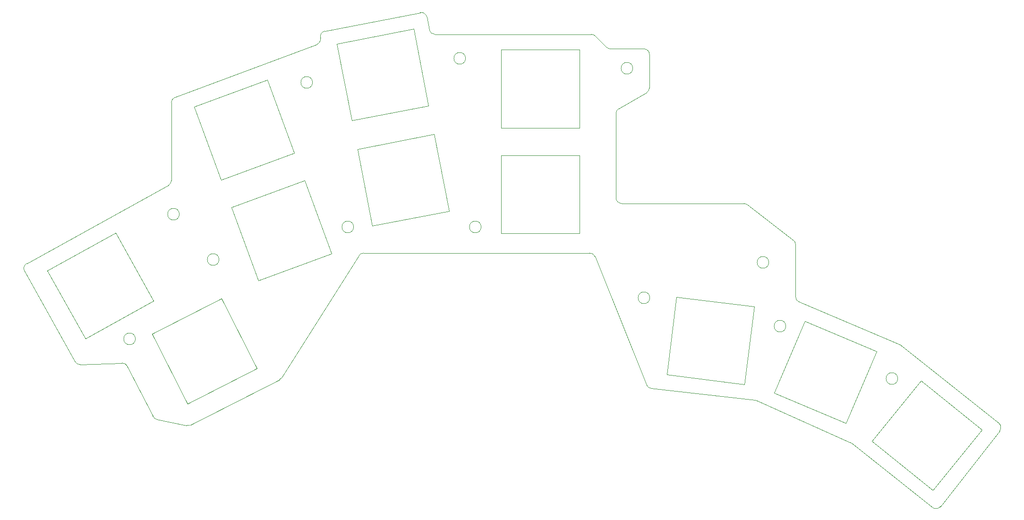
<source format=gbr>
%TF.GenerationSoftware,KiCad,Pcbnew,9.0.3*%
%TF.CreationDate,2025-08-09T09:42:03-04:00*%
%TF.ProjectId,top,746f702e-6b69-4636-9164-5f7063625858,rev?*%
%TF.SameCoordinates,Original*%
%TF.FileFunction,Profile,NP*%
%FSLAX46Y46*%
G04 Gerber Fmt 4.6, Leading zero omitted, Abs format (unit mm)*
G04 Created by KiCad (PCBNEW 9.0.3) date 2025-08-09 09:42:03*
%MOMM*%
%LPD*%
G01*
G04 APERTURE LIST*
%TA.AperFunction,Profile*%
%ADD10C,0.050000*%
%TD*%
G04 APERTURE END LIST*
D10*
X46498002Y-37074800D02*
G75*
G02*
X47139549Y-36141116I1000198J0D01*
G01*
X184366859Y-109501989D02*
X194987085Y-95926893D01*
X37662676Y-83767696D02*
G75*
G02*
X38587233Y-84312136I34124J-999304D01*
G01*
X121504804Y-64055681D02*
G75*
G02*
X122434550Y-64687789I-204J-1000119D01*
G01*
X132490820Y-88313229D02*
X151144017Y-90428540D01*
X79178000Y-59372002D02*
G75*
G02*
X77078000Y-59372002I-1050000J0D01*
G01*
X77078000Y-59372002D02*
G75*
G02*
X79178000Y-59372002I1050000J0D01*
G01*
X38587255Y-84312125D02*
X43183115Y-93307021D01*
X71812000Y-33464002D02*
G75*
G02*
X69712000Y-33464002I-1050000J0D01*
G01*
X69712000Y-33464002D02*
G75*
G02*
X71812000Y-33464002I1050000J0D01*
G01*
X125212200Y-27446002D02*
G75*
G02*
X124505042Y-27153058I0J1000002D01*
G01*
X172924527Y-81695309D02*
X167454290Y-94582376D01*
X154567223Y-89112139D01*
X160037460Y-76225072D01*
X172924527Y-81695309D01*
X30109631Y-84025614D02*
X37662676Y-83767696D01*
X43876175Y-93846265D02*
X49252786Y-94973614D01*
X68551674Y-46123973D02*
X55421228Y-50981073D01*
X50564128Y-37850627D01*
X63694574Y-32993527D01*
X68551674Y-46123973D01*
X149140741Y-55146373D02*
G75*
G02*
X149746813Y-55350809I59J-1000427D01*
G01*
X132200000Y-34422800D02*
X132199998Y-28446000D01*
X127200058Y-55149851D02*
G75*
G02*
X126200049Y-54150000I-158J999851D01*
G01*
X73237042Y-25483550D02*
G75*
G02*
X72595862Y-26614750I-981742J-190850D01*
G01*
X105646037Y-27619164D02*
X119646037Y-27619164D01*
X119646037Y-41619164D01*
X105646037Y-41619164D01*
X105646037Y-27619164D01*
X92595302Y-37627162D02*
X78852522Y-40298488D01*
X76181196Y-26555708D01*
X89923976Y-23884382D01*
X92595302Y-37627162D01*
X73226178Y-25427667D02*
G75*
G02*
X74004682Y-24257560I981722J190867D01*
G01*
X102038000Y-59372002D02*
G75*
G02*
X99938000Y-59372002I-1050000J0D01*
G01*
X99938000Y-59372002D02*
G75*
G02*
X102038000Y-59372002I1050000J0D01*
G01*
X49912238Y-94885778D02*
G75*
G02*
X49252786Y-94973615I-454238J890878D01*
G01*
X75246456Y-64143161D02*
X62121105Y-69014008D01*
X57250258Y-55888657D01*
X70375609Y-51017810D01*
X75246456Y-64143161D01*
X121783700Y-24846002D02*
G75*
G02*
X122485928Y-25133871I100J-1000198D01*
G01*
X99244000Y-29146002D02*
G75*
G02*
X97144000Y-29146002I-1050000J0D01*
G01*
X97144000Y-29146002D02*
G75*
G02*
X99244000Y-29146002I1050000J0D01*
G01*
X129216000Y-30924002D02*
G75*
G02*
X127116000Y-30924002I-1050000J0D01*
G01*
X127116000Y-30924002D02*
G75*
G02*
X129216000Y-30924002I1050000J0D01*
G01*
X126696987Y-38179521D02*
X131700228Y-35288793D01*
X132490820Y-88313229D02*
G75*
G02*
X131677844Y-87697907I112780J993729D01*
G01*
X168399086Y-98126313D02*
X182951855Y-109664763D01*
X80109070Y-64512572D02*
G75*
G02*
X80960135Y-64047406I845030J-534928D01*
G01*
X168182900Y-97994545D02*
G75*
G02*
X168399092Y-98126305I-408100J-912855D01*
G01*
X20183639Y-67273451D02*
G75*
G02*
X20575014Y-65912365I874161J485451D01*
G01*
X132200000Y-34422800D02*
G75*
G02*
X131700246Y-35288783I-1000000J-100D01*
G01*
X92740710Y-24036809D02*
X92292229Y-21729551D01*
X20183639Y-67273451D02*
X29206726Y-83521501D01*
X156648000Y-77152002D02*
G75*
G02*
X154548000Y-77152002I-1050000J0D01*
G01*
X154548000Y-77152002D02*
G75*
G02*
X156648000Y-77152002I1050000J0D01*
G01*
X122434523Y-64687800D02*
X131677827Y-87697914D01*
X194820775Y-94527151D02*
X177146886Y-80513536D01*
X66255881Y-86396596D02*
X80109069Y-64512572D01*
X47936000Y-57086002D02*
G75*
G02*
X45836000Y-57086002I-1050000J0D01*
G01*
X45836000Y-57086002D02*
G75*
G02*
X47936000Y-57086002I1050000J0D01*
G01*
X105646037Y-46544164D02*
X119646037Y-46544164D01*
X119646037Y-60544164D01*
X105646037Y-60544164D01*
X105646037Y-46544164D01*
X43313119Y-72639970D02*
X31068443Y-79427304D01*
X24281109Y-67182628D01*
X36525785Y-60395294D01*
X43313119Y-72639970D01*
X96264562Y-56503854D02*
X82521782Y-59175180D01*
X79850456Y-45432400D01*
X93593236Y-42761074D01*
X96264562Y-56503854D01*
X61868831Y-84695729D02*
X49394740Y-91051596D01*
X43038873Y-78577505D01*
X55512964Y-72221638D01*
X61868831Y-84695729D01*
X153600000Y-65722002D02*
G75*
G02*
X151500000Y-65722002I-1050000J0D01*
G01*
X151500000Y-65722002D02*
G75*
G02*
X153600000Y-65722002I1050000J0D01*
G01*
X93722300Y-24846002D02*
G75*
G02*
X92740752Y-24036801I0J999902D01*
G01*
X131200000Y-27446002D02*
X125212200Y-27446002D01*
X46498002Y-37074800D02*
X46498000Y-51026100D01*
X149140741Y-55146373D02*
X127200058Y-55149851D01*
X131200000Y-27446002D02*
G75*
G02*
X132199998Y-28446000I0J-999998D01*
G01*
X177007966Y-80441329D02*
X159007507Y-72804670D01*
X151144017Y-90428540D02*
G75*
G02*
X151443581Y-90511071I-112717J-994060D01*
G01*
X158398002Y-71884000D02*
X158397974Y-62536500D01*
X191784402Y-95708172D02*
X182973915Y-106588217D01*
X172093870Y-97777730D01*
X180904357Y-86897685D01*
X191784402Y-95708172D01*
X132264000Y-72072002D02*
G75*
G02*
X130164000Y-72072002I-1050000J0D01*
G01*
X130164000Y-72072002D02*
G75*
G02*
X132264000Y-72072002I1050000J0D01*
G01*
X73226178Y-25427667D02*
X73237042Y-25483550D01*
X151443576Y-90511083D02*
X168182900Y-97994545D01*
X126200052Y-39053997D02*
G75*
G02*
X126696987Y-38179521I999948J10197D01*
G01*
X45980908Y-51901737D02*
X20575009Y-65912356D01*
X126200052Y-54150000D02*
X126200052Y-39053997D01*
X66255881Y-86396596D02*
G75*
G02*
X65899700Y-86734157I-844981J534896D01*
G01*
X80960135Y-64047405D02*
X121504804Y-64055681D01*
X72595878Y-26614795D02*
X47139539Y-36141089D01*
X46498000Y-51026100D02*
G75*
G02*
X45980897Y-51901718I-999900J0D01*
G01*
X194820774Y-94527152D02*
G75*
G02*
X194987063Y-95926876I-621274J-783548D01*
G01*
X177007966Y-80441329D02*
G75*
G02*
X177146887Y-80513534I-392066J-924071D01*
G01*
X158010054Y-61745767D02*
X149746825Y-55350793D01*
X124505049Y-27153051D02*
X122485899Y-25133901D01*
X43876175Y-93846265D02*
G75*
G02*
X43183113Y-93307022I205225J978765D01*
G01*
X150961694Y-73680974D02*
X149255524Y-87576620D01*
X135359878Y-85870450D01*
X137066048Y-71974804D01*
X150961694Y-73680974D01*
X176714000Y-86550002D02*
G75*
G02*
X174614000Y-86550002I-1050000J0D01*
G01*
X174614000Y-86550002D02*
G75*
G02*
X176714000Y-86550002I1050000J0D01*
G01*
X91120249Y-20938642D02*
G75*
G02*
X92292182Y-21729560I190351J-981658D01*
G01*
X49912240Y-94885778D02*
X65899699Y-86734155D01*
X158010054Y-61745767D02*
G75*
G02*
X158397973Y-62536600I-611954J-790733D01*
G01*
X55048000Y-65214002D02*
G75*
G02*
X52948000Y-65214002I-1050000J0D01*
G01*
X52948000Y-65214002D02*
G75*
G02*
X55048000Y-65214002I1050000J0D01*
G01*
X91120249Y-20938642D02*
X74004666Y-24257484D01*
X40062000Y-79438002D02*
G75*
G02*
X37962000Y-79438002I-1050000J0D01*
G01*
X37962000Y-79438002D02*
G75*
G02*
X40062000Y-79438002I1050000J0D01*
G01*
X184366859Y-109501989D02*
G75*
G02*
X182951855Y-109664763I-787759J616289D01*
G01*
X30109631Y-84025614D02*
G75*
G02*
X29206759Y-83521482I-34031J999614D01*
G01*
X159007507Y-72804670D02*
G75*
G02*
X158398002Y-71884000I390593J920670D01*
G01*
X121783700Y-24846002D02*
X93722300Y-24846002D01*
M02*

</source>
